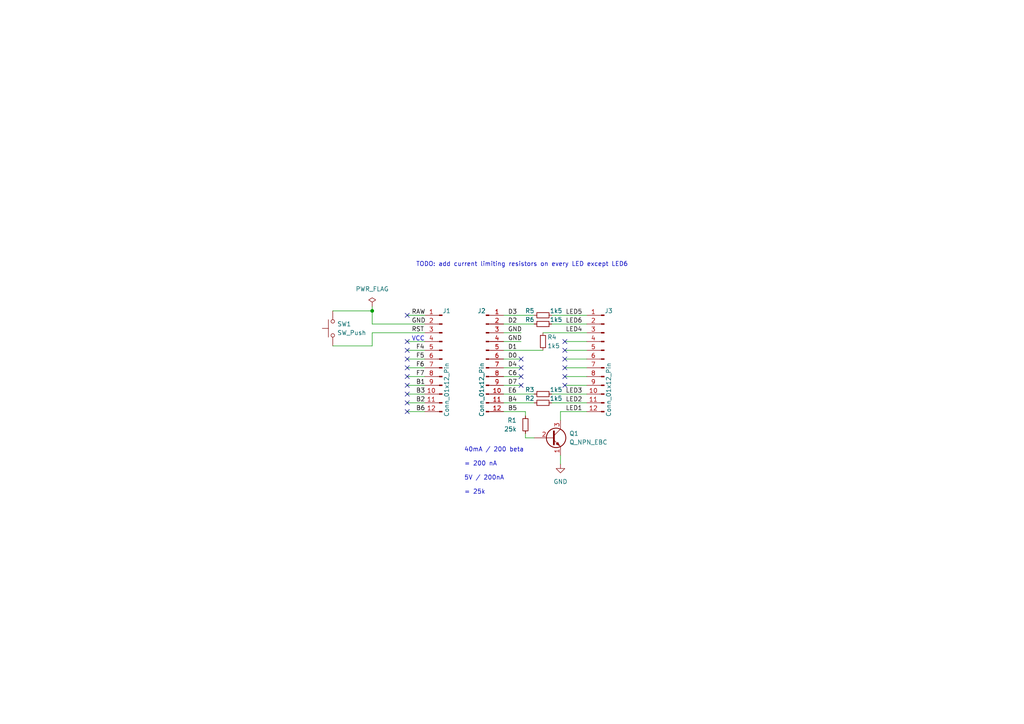
<source format=kicad_sch>
(kicad_sch (version 20230121) (generator eeschema)
  (paper "A4")
  (lib_symbols
    (symbol "Connector:Conn_01x12_Pin" (pin_names (offset 1.016) hide)
      (property "Reference" "J" (at 0 15.24 0))
      (property "Value" "Conn_01x12_Pin" (at 0 -17.78 0))
      (symbol "Conn_01x12_Pin_1_1"
        (polyline (pts (xy 1.27 -15.24) (xy 0.8636 -15.24)) (stroke (width 0.1524)))
        (polyline (pts (xy 1.27 -12.7) (xy 0.8636 -12.7)) (stroke (width 0.1524)))
        (polyline (pts (xy 1.27 -10.16) (xy 0.8636 -10.16)) (stroke (width 0.1524)))
        (polyline (pts (xy 1.27 -7.62) (xy 0.8636 -7.62)) (stroke (width 0.1524)))
        (polyline (pts (xy 1.27 -5.08) (xy 0.8636 -5.08)) (stroke (width 0.1524)))
        (polyline (pts (xy 1.27 -2.54) (xy 0.8636 -2.54)) (stroke (width 0.1524)))
        (polyline (pts (xy 1.27 0) (xy 0.8636 0)) (stroke (width 0.1524)))
        (polyline (pts (xy 1.27 2.54) (xy 0.8636 2.54)) (stroke (width 0.1524)))
        (polyline (pts (xy 1.27 5.08) (xy 0.8636 5.08)) (stroke (width 0.1524)))
        (polyline (pts (xy 1.27 7.62) (xy 0.8636 7.62)) (stroke (width 0.1524)))
        (polyline (pts (xy 1.27 10.16) (xy 0.8636 10.16)) (stroke (width 0.1524)))
        (polyline (pts (xy 1.27 12.7) (xy 0.8636 12.7)) (stroke (width 0.1524)))
        (rectangle (start 0.8636 -15.113) (end 0 -15.367) (stroke (width 0.1524)) (fill (type outline)))
        (rectangle (start 0.8636 -12.573) (end 0 -12.827) (stroke (width 0.1524)) (fill (type outline)))
        (rectangle (start 0.8636 -10.033) (end 0 -10.287) (stroke (width 0.1524)) (fill (type outline)))
        (rectangle (start 0.8636 -7.493) (end 0 -7.747) (stroke (width 0.1524)) (fill (type outline)))
        (rectangle (start 0.8636 -4.953) (end 0 -5.207) (stroke (width 0.1524)) (fill (type outline)))
        (rectangle (start 0.8636 -2.413) (end 0 -2.667) (stroke (width 0.1524)) (fill (type outline)))
        (rectangle (start 0.8636 0.127) (end 0 -0.127) (stroke (width 0.1524)) (fill (type outline)))
        (rectangle (start 0.8636 2.667) (end 0 2.413) (stroke (width 0.1524)) (fill (type outline)))
        (rectangle (start 0.8636 5.207) (end 0 4.953) (stroke (width 0.1524)) (fill (type outline)))
        (rectangle (start 0.8636 7.747) (end 0 7.493) (stroke (width 0.1524)) (fill (type outline)))
        (rectangle (start 0.8636 10.287) (end 0 10.033) (stroke (width 0.1524)) (fill (type outline)))
        (rectangle (start 0.8636 12.827) (end 0 12.573) (stroke (width 0.1524)) (fill (type outline)))
        (pin passive line (at 5.08 12.7 180) (length 3.81) (name "Pin_1") (number "1"))
        (pin passive line (at 5.08 -10.16 180) (length 3.81) (name "Pin_10") (number "10"))
        (pin passive line (at 5.08 -12.7 180) (length 3.81) (name "Pin_11") (number "11"))
        (pin passive line (at 5.08 -15.24 180) (length 3.81) (name "Pin_12") (number "12"))
        (pin passive line (at 5.08 10.16 180) (length 3.81) (name "Pin_2") (number "2"))
        (pin passive line (at 5.08 7.62 180) (length 3.81) (name "Pin_3") (number "3"))
        (pin passive line (at 5.08 5.08 180) (length 3.81) (name "Pin_4") (number "4"))
        (pin passive line (at 5.08 2.54 180) (length 3.81) (name "Pin_5") (number "5"))
        (pin passive line (at 5.08 0 180) (length 3.81) (name "Pin_6") (number "6"))
        (pin passive line (at 5.08 -2.54 180) (length 3.81) (name "Pin_7") (number "7"))
        (pin passive line (at 5.08 -5.08 180) (length 3.81) (name "Pin_8") (number "8"))
        (pin passive line (at 5.08 -7.62 180) (length 3.81) (name "Pin_9") (number "9"))
      )
    )
    (symbol "Device:Q_NPN_EBC" (pin_names (offset 0) hide)
      (property "Reference" "Q" (at 5.08 1.27 0))
      (property "Value" "Q_NPN_EBC" (at 5.08 -1.27 0))
      (symbol "Q_NPN_EBC_0_1"
        (polyline (pts (xy 0.635 0.635) (xy 2.54 2.54)))
        (polyline (pts (xy 0.635 -0.635) (xy 2.54 -2.54) (xy 2.54 -2.54)))
        (polyline (pts (xy 0.635 1.905) (xy 0.635 -1.905) (xy 0.635 -1.905)) (stroke (width 0.508)))
        (polyline (pts (xy 1.27 -1.778) (xy 1.778 -1.27) (xy 2.286 -2.286) (xy 1.27 -1.778) (xy 1.27 -1.778)) (fill (type outline)))
        (circle (center 1.27 0) (radius 2.8194) (stroke (width 0.254)))
      )
      (symbol "Q_NPN_EBC_1_1"
        (pin passive line (at 2.54 -5.08 90) (length 2.54) (name "E") (number "1"))
        (pin passive line (at -5.08 0 0) (length 5.715) (name "B") (number "2"))
        (pin passive line (at 2.54 5.08 270) (length 2.54) (name "C") (number "3"))
      )
    )
    (symbol "Device:R_Small" (pin_numbers hide) (pin_names (offset 0.254) hide)
      (property "Reference" "R" (at 0.762 0.508 0))
      (property "Value" "R_Small" (at 0.762 -1.016 0))
      (symbol "R_Small_0_1"
        (rectangle (start -0.762 1.778) (end 0.762 -1.778) (stroke (width 0.2032)))
      )
      (symbol "R_Small_1_1"
        (pin passive line (at 0 2.54 270) (length 0.762) (name "~") (number "1"))
        (pin passive line (at 0 -2.54 90) (length 0.762) (name "~") (number "2"))
      )
    )
    (symbol "Switch:SW_Push" (pin_numbers hide) (pin_names (offset 1.016) hide)
      (property "Reference" "SW" (at 1.27 2.54 0))
      (property "Value" "SW_Push" (at 0 -1.524 0))
      (symbol "SW_Push_0_1"
        (circle (center -2.032 0) (radius 0.508))
        (polyline (pts (xy 0 1.27) (xy 0 3.048)))
        (polyline (pts (xy 2.54 1.27) (xy -2.54 1.27)))
        (circle (center 2.032 0) (radius 0.508))
        (pin passive line (at -5.08 0 0) (length 2.54) (name "1") (number "1"))
        (pin passive line (at 5.08 0 180) (length 2.54) (name "2") (number "2"))
      )
    )
    (symbol "power:GND" (power) (pin_names (offset 0))
      (property "Value" "GND" (at 0 -3.81 0))
      (symbol "GND_0_1"
        (polyline (pts (xy 0 0) (xy 0 -1.27) (xy 1.27 -1.27) (xy 0 -2.54) (xy -1.27 -1.27) (xy 0 -1.27)))
      )
      (symbol "GND_1_1"
        (pin power_in line (at 0 0 270) (length 0) hide (name "GND") (number "1"))
      )
    )
    (symbol "power:PWR_FLAG" (power) (pin_numbers hide) (pin_names (offset 0) hide)
      (property "Value" "PWR_FLAG" (at 0 3.81 0))
      (symbol "PWR_FLAG_0_0"
        (pin power_out line (at 0 0 90) (length 0) (name "pwr") (number "1"))
      )
      (symbol "PWR_FLAG_0_1"
        (polyline (pts (xy 0 0) (xy 0 1.27) (xy -1.016 1.905) (xy 0 2.54) (xy 1.016 1.905) (xy 0 1.27)))
      )
    )
  )
  (junction (at 107.95 90.17))
  (no_connect (at 151.13 106.68))
  (no_connect (at 118.11 101.6))
  (no_connect (at 163.83 111.76))
  (no_connect (at 118.11 104.14))
  (no_connect (at 118.11 106.68))
  (no_connect (at 118.11 91.44))
  (no_connect (at 118.11 99.06))
  (no_connect (at 151.13 111.76))
  (no_connect (at 163.83 104.14))
  (no_connect (at 163.83 106.68))
  (no_connect (at 118.11 111.76))
  (no_connect (at 118.11 119.38))
  (no_connect (at 163.83 109.22))
  (no_connect (at 151.13 104.14))
  (no_connect (at 118.11 109.22))
  (no_connect (at 118.11 116.84))
  (no_connect (at 163.83 101.6))
  (no_connect (at 163.83 99.06))
  (no_connect (at 118.11 114.3))
  (no_connect (at 151.13 109.22))
  (wire (pts (xy 170.18 106.68) (xy 163.83 106.68)))
  (wire (pts (xy 160.02 93.98) (xy 170.18 93.98)))
  (wire (pts (xy 107.95 88.9) (xy 107.95 90.17)))
  (wire (pts (xy 157.48 96.52) (xy 170.18 96.52)))
  (wire (pts (xy 118.11 114.3) (xy 123.19 114.3)))
  (wire (pts (xy 118.11 106.68) (xy 123.19 106.68)))
  (wire (pts (xy 162.56 119.38) (xy 170.18 119.38)))
  (wire (pts (xy 146.05 114.3) (xy 154.94 114.3)))
  (wire (pts (xy 118.11 116.84) (xy 123.19 116.84)))
  (wire (pts (xy 107.95 93.98) (xy 107.95 90.17)))
  (wire (pts (xy 118.11 119.38) (xy 123.19 119.38)))
  (wire (pts (xy 152.4 127) (xy 154.94 127)))
  (wire (pts (xy 118.11 99.06) (xy 123.19 99.06)))
  (wire (pts (xy 118.11 101.6) (xy 123.19 101.6)))
  (wire (pts (xy 146.05 116.84) (xy 154.94 116.84)))
  (wire (pts (xy 146.05 93.98) (xy 154.94 93.98)))
  (wire (pts (xy 170.18 111.76) (xy 163.83 111.76)))
  (wire (pts (xy 152.4 127) (xy 152.4 125.73)))
  (wire (pts (xy 146.05 101.6) (xy 157.48 101.6)))
  (wire (pts (xy 162.56 119.38) (xy 162.56 121.92)))
  (wire (pts (xy 146.05 99.06) (xy 151.13 99.06)))
  (wire (pts (xy 146.05 91.44) (xy 154.94 91.44)))
  (wire (pts (xy 146.05 104.14) (xy 151.13 104.14)))
  (wire (pts (xy 152.4 119.38) (xy 146.05 119.38)))
  (wire (pts (xy 162.56 132.08) (xy 162.56 134.62)))
  (wire (pts (xy 152.4 120.65) (xy 152.4 119.38)))
  (wire (pts (xy 160.02 91.44) (xy 170.18 91.44)))
  (wire (pts (xy 118.11 111.76) (xy 123.19 111.76)))
  (wire (pts (xy 96.52 100.33) (xy 107.95 100.33)))
  (wire (pts (xy 146.05 109.22) (xy 151.13 109.22)))
  (wire (pts (xy 170.18 101.6) (xy 163.83 101.6)))
  (wire (pts (xy 118.11 104.14) (xy 123.19 104.14)))
  (wire (pts (xy 146.05 111.76) (xy 151.13 111.76)))
  (wire (pts (xy 107.95 96.52) (xy 107.95 100.33)))
  (wire (pts (xy 146.05 106.68) (xy 151.13 106.68)))
  (wire (pts (xy 118.11 109.22) (xy 123.19 109.22)))
  (wire (pts (xy 170.18 99.06) (xy 163.83 99.06)))
  (wire (pts (xy 160.02 116.84) (xy 170.18 116.84)))
  (wire (pts (xy 146.05 96.52) (xy 151.13 96.52)))
  (wire (pts (xy 107.95 96.52) (xy 123.19 96.52)))
  (wire (pts (xy 170.18 104.14) (xy 163.83 104.14)))
  (wire (pts (xy 160.02 114.3) (xy 170.18 114.3)))
  (wire (pts (xy 170.18 109.22) (xy 163.83 109.22)))
  (wire (pts (xy 107.95 93.98) (xy 123.19 93.98)))
  (wire (pts (xy 118.11 91.44) (xy 123.19 91.44)))
  (wire (pts (xy 107.95 90.17) (xy 96.52 90.17)))
  (text "VCC" (at 119.38 99.06 0) (effects (font (size 1.27 1.27)) (justify left bottom)))
  (text "40mA / 200 beta\n\n= 200 nA\n\n5V / 200nA\n\n= 25k" (at 134.62 143.51 0) (effects (font (size 1.27 1.27)) (justify left bottom)))
  (text "TODO: add current limiting resistors on every LED except LED6" (at 120.65 77.47 0) (effects (font (size 1.27 1.27)) (justify left bottom)))
  (label "B3" (at 120.65 114.3 0))
  (label "B1" (at 120.65 111.76 0))
  (label "B4" (at 147.32 116.84 0))
  (label "D4" (at 147.32 106.68 0))
  (label "LED2" (at 168.91 116.84 180))
  (label "LED6" (at 168.91 93.98 180))
  (label "LED1" (at 168.91 119.38 180))
  (label "D3" (at 147.32 91.44 0))
  (label "GND" (at 119.38 93.98 0))
  (label "F7" (at 120.65 109.22 0))
  (label "B2" (at 120.65 116.84 0))
  (label "F6" (at 120.65 106.68 0))
  (label "RST" (at 119.38 96.52 0))
  (label "D1" (at 147.32 101.6 0))
  (label "RAW" (at 119.38 91.44 0))
  (label "C6" (at 147.32 109.22 0))
  (label "LED4" (at 168.91 96.52 180))
  (label "LED5" (at 168.91 91.44 180))
  (label "B6" (at 120.65 119.38 0))
  (label "D0" (at 147.32 104.14 0))
  (label "F4" (at 120.65 101.6 0))
  (label "E6" (at 147.32 114.3 0))
  (label "B5" (at 147.32 119.38 0))
  (label "F5" (at 120.65 104.14 0))
  (label "GND" (at 147.32 99.06 0))
  (label "GND" (at 147.32 96.52 0))
  (label "D2" (at 147.32 93.98 0))
  (label "LED3" (at 168.91 114.3 180))
  (label "D7" (at 147.32 111.76 0))
  (symbol (lib_id "Switch:SW_Push") (at 96.52 95.25 90) (unit 1)
    (property "Reference" "SW1" (at 97.79 93.98 90) (effects (justify right)))
    (property "Value" "SW_Push" (at 97.79 96.52 90) (effects (justify right)))
    (property "Footprint" "Button_Switch_THT:SW_PUSH_6mm" (effects hide))
  )
  (symbol (lib_id "Device:R_Small") (at 157.48 99.06 0) (unit 1)
    (property "Reference" "R4" (at 158.75 97.79 0) (effects (justify left)))
    (property "Value" "1k5" (at 158.75 100.33 0) (effects (justify left)))
    (property "Footprint" "Resistor_SMD:R_0603_1608Metric" (effects hide))
  )
  (symbol (lib_id "power:GND") (at 162.56 134.62 0) (unit 1)
    (property "Reference" "#PWR01" (effects hide))
    (property "Value" "GND" (at 162.56 139.7 0))
  )
  (symbol (lib_id "Connector:Conn_01x12_Pin") (at 128.27 104.14 0) (mirror y) (unit 1)
    (property "Reference" "J1" (at 129.54 90.17 0))
    (property "Value" "Conn_01x12_Pin" (at 129.54 113.03 90))
    (property "Footprint" "Connector_PinSocket_2.54mm:PinSocket_1x12_P2.54mm_Vertical" (effects hide))
  )
  (symbol (lib_id "Connector:Conn_01x12_Pin") (at 175.26 104.14 0) (mirror y) (unit 1)
    (property "Reference" "J3" (at 176.53 90.17 0))
    (property "Value" "Conn_01x12_Pin" (at 176.53 113.03 90))
    (property "Footprint" "Connector_PinSocket_2.54mm:PinSocket_1x12_P2.54mm_Vertical" (effects hide))
  )
  (symbol (lib_id "Device:R_Small") (at 152.4 123.19 0) (mirror y) (unit 1)
    (property "Reference" "R1" (at 149.86 121.92 0) (effects (justify left)))
    (property "Value" "25k" (at 149.86 124.46 0) (effects (justify left)))
    (property "Footprint" "Resistor_SMD:R_0603_1608Metric" (effects hide))
  )
  (symbol (lib_id "Device:R_Small") (at 157.48 91.44 90) (unit 1)
    (property "Reference" "R5" (at 153.67 90.17 90))
    (property "Value" "1k5" (at 161.29 90.17 90))
    (property "Footprint" "Resistor_SMD:R_0603_1608Metric" (effects hide))
  )
  (symbol (lib_id "Connector:Conn_01x12_Pin") (at 140.97 104.14 0) (unit 1)
    (property "Reference" "J2" (at 139.7 90.17 0))
    (property "Value" "Conn_01x12_Pin" (at 139.7 113.03 90))
    (property "Footprint" "Connector_PinSocket_2.54mm:PinSocket_1x12_P2.54mm_Vertical" (effects hide))
  )
  (symbol (lib_id "Device:R_Small") (at 157.48 116.84 90) (unit 1)
    (property "Reference" "R2" (at 153.67 115.57 90))
    (property "Value" "1k5" (at 161.29 115.57 90))
    (property "Footprint" "Resistor_SMD:R_0603_1608Metric" (effects hide))
  )
  (symbol (lib_id "Device:R_Small") (at 157.48 93.98 90) (unit 1)
    (property "Reference" "R6" (at 153.67 92.71 90))
    (property "Value" "1k5" (at 161.29 92.71 90))
    (property "Footprint" "Resistor_SMD:R_0603_1608Metric" (effects hide))
  )
  (symbol (lib_id "Device:R_Small") (at 157.48 114.3 90) (unit 1)
    (property "Reference" "R3" (at 153.67 113.03 90))
    (property "Value" "1k5" (at 161.29 113.03 90))
    (property "Footprint" "Resistor_SMD:R_0603_1608Metric" (effects hide))
  )
  (symbol (lib_id "power:PWR_FLAG") (at 107.95 88.9 0) (unit 1)
    (property "Reference" "#FLG01" (effects hide))
    (property "Value" "PWR_FLAG" (at 107.95 83.82 0))
  )
  (symbol (lib_id "Device:Q_NPN_EBC") (at 160.02 127 0) (unit 1)
    (property "Reference" "Q1" (at 165.1 125.73 0) (effects (justify left)))
    (property "Value" "Q_NPN_EBC" (at 165.1 128.27 0) (effects (justify left)))
    (property "Footprint" "Package_TO_SOT_THT:TO-92" (effects hide))
  )
)
</source>
